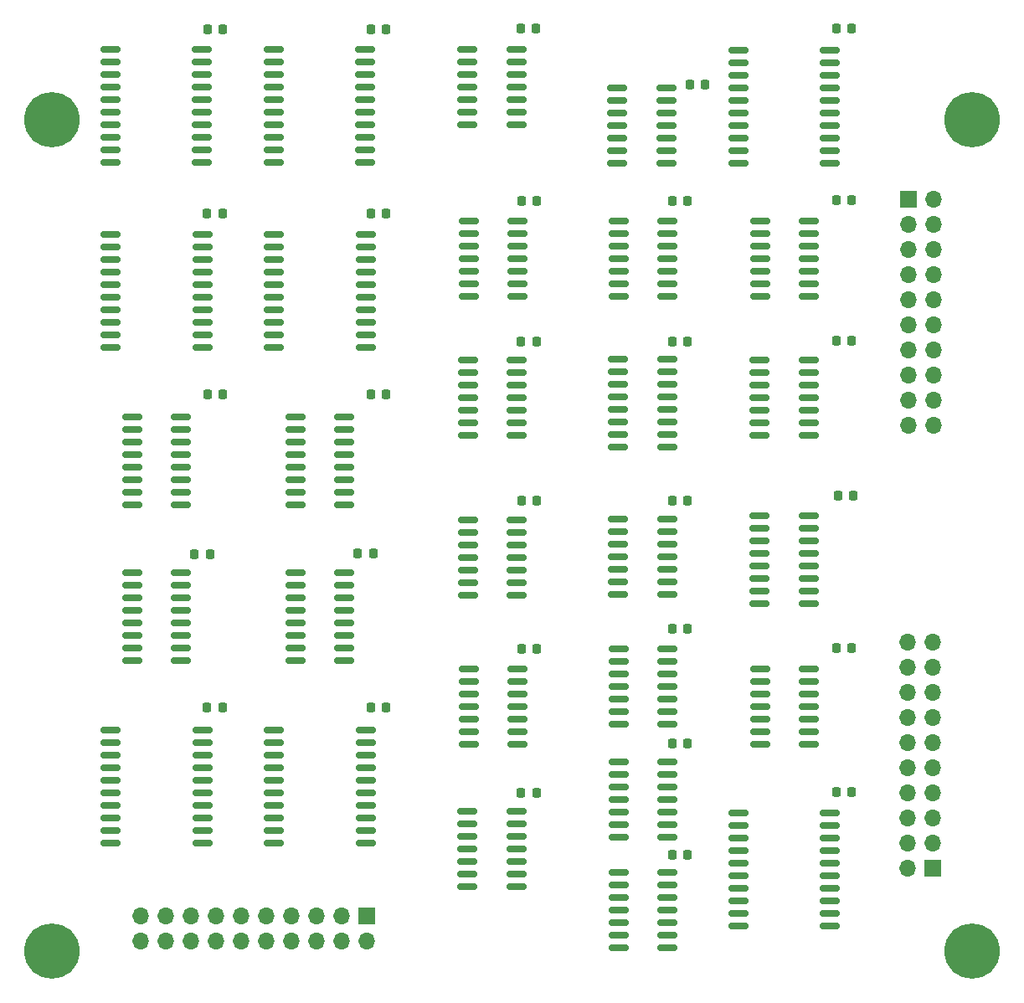
<source format=gbr>
%TF.GenerationSoftware,KiCad,Pcbnew,(6.0.5)*%
%TF.CreationDate,2022-09-09T10:51:33+02:00*%
%TF.ProjectId,B2,42322e6b-6963-4616-945f-706362585858,rev?*%
%TF.SameCoordinates,Original*%
%TF.FileFunction,Soldermask,Top*%
%TF.FilePolarity,Negative*%
%FSLAX46Y46*%
G04 Gerber Fmt 4.6, Leading zero omitted, Abs format (unit mm)*
G04 Created by KiCad (PCBNEW (6.0.5)) date 2022-09-09 10:51:33*
%MOMM*%
%LPD*%
G01*
G04 APERTURE LIST*
G04 Aperture macros list*
%AMRoundRect*
0 Rectangle with rounded corners*
0 $1 Rounding radius*
0 $2 $3 $4 $5 $6 $7 $8 $9 X,Y pos of 4 corners*
0 Add a 4 corners polygon primitive as box body*
4,1,4,$2,$3,$4,$5,$6,$7,$8,$9,$2,$3,0*
0 Add four circle primitives for the rounded corners*
1,1,$1+$1,$2,$3*
1,1,$1+$1,$4,$5*
1,1,$1+$1,$6,$7*
1,1,$1+$1,$8,$9*
0 Add four rect primitives between the rounded corners*
20,1,$1+$1,$2,$3,$4,$5,0*
20,1,$1+$1,$4,$5,$6,$7,0*
20,1,$1+$1,$6,$7,$8,$9,0*
20,1,$1+$1,$8,$9,$2,$3,0*%
G04 Aperture macros list end*
%ADD10RoundRect,0.225000X-0.225000X-0.250000X0.225000X-0.250000X0.225000X0.250000X-0.225000X0.250000X0*%
%ADD11RoundRect,0.150000X-0.825000X-0.150000X0.825000X-0.150000X0.825000X0.150000X-0.825000X0.150000X0*%
%ADD12RoundRect,0.150000X-0.875000X-0.150000X0.875000X-0.150000X0.875000X0.150000X-0.875000X0.150000X0*%
%ADD13C,5.600000*%
%ADD14R,1.700000X1.700000*%
%ADD15O,1.700000X1.700000*%
G04 APERTURE END LIST*
D10*
%TO.C,C304*%
X150837600Y-79349600D03*
X152387600Y-79349600D03*
%TD*%
%TO.C,C312*%
X135623000Y-66421000D03*
X137173000Y-66421000D03*
%TD*%
%TO.C,C319*%
X182689200Y-124968000D03*
X184239200Y-124968000D03*
%TD*%
D11*
%TO.C,U212*%
X160651420Y-81150600D03*
X160651420Y-82420600D03*
X160651420Y-83690600D03*
X160651420Y-84960600D03*
X160651420Y-86230600D03*
X160651420Y-87500600D03*
X160651420Y-88770600D03*
X160651420Y-90040600D03*
X165601420Y-90040600D03*
X165601420Y-88770600D03*
X165601420Y-87500600D03*
X165601420Y-86230600D03*
X165601420Y-84960600D03*
X165601420Y-83690600D03*
X165601420Y-82420600D03*
X165601420Y-81150600D03*
%TD*%
D10*
%TO.C,C999*%
X166128400Y-108458000D03*
X167678400Y-108458000D03*
%TD*%
%TO.C,C310*%
X135648400Y-47828200D03*
X137198400Y-47828200D03*
%TD*%
D11*
%TO.C,U214*%
X111511411Y-87009200D03*
X111511411Y-88279200D03*
X111511411Y-89549200D03*
X111511411Y-90819200D03*
X111511411Y-92089200D03*
X111511411Y-93359200D03*
X111511411Y-94629200D03*
X111511411Y-95899200D03*
X116461411Y-95899200D03*
X116461411Y-94629200D03*
X116461411Y-93359200D03*
X116461411Y-92089200D03*
X116461411Y-90819200D03*
X116461411Y-89549200D03*
X116461411Y-88279200D03*
X116461411Y-87009200D03*
%TD*%
D10*
%TO.C,C329*%
X166128400Y-119989600D03*
X167678400Y-119989600D03*
%TD*%
%TO.C,C316*%
X135648400Y-84709000D03*
X137198400Y-84709000D03*
%TD*%
D12*
%TO.C,U207*%
X125846411Y-68536700D03*
X125846411Y-69806700D03*
X125846411Y-71076700D03*
X125846411Y-72346700D03*
X125846411Y-73616700D03*
X125846411Y-74886700D03*
X125846411Y-76156700D03*
X125846411Y-77426700D03*
X125846411Y-78696700D03*
X125846411Y-79966700D03*
X135146411Y-79966700D03*
X135146411Y-78696700D03*
X135146411Y-77426700D03*
X135146411Y-76156700D03*
X135146411Y-74886700D03*
X135146411Y-73616700D03*
X135146411Y-72346700D03*
X135146411Y-71076700D03*
X135146411Y-69806700D03*
X135146411Y-68536700D03*
%TD*%
D10*
%TO.C,C317*%
X119113000Y-47828200D03*
X120663000Y-47828200D03*
%TD*%
D11*
%TO.C,U223*%
X175011411Y-112473074D03*
X175011411Y-113743074D03*
X175011411Y-115013074D03*
X175011411Y-116283074D03*
X175011411Y-117553074D03*
X175011411Y-118823074D03*
X175011411Y-120093074D03*
X179961411Y-120093074D03*
X179961411Y-118823074D03*
X179961411Y-117553074D03*
X179961411Y-116283074D03*
X179961411Y-115013074D03*
X179961411Y-113743074D03*
X179961411Y-112473074D03*
%TD*%
D13*
%TO.C,GND102*%
X196406802Y-56930538D03*
%TD*%
D12*
%TO.C,U205*%
X172785611Y-49911000D03*
X172785611Y-51181000D03*
X172785611Y-52451000D03*
X172785611Y-53721000D03*
X172785611Y-54991000D03*
X172785611Y-56261000D03*
X172785611Y-57531000D03*
X172785611Y-58801000D03*
X172785611Y-60071000D03*
X172785611Y-61341000D03*
X182085611Y-61341000D03*
X182085611Y-60071000D03*
X182085611Y-58801000D03*
X182085611Y-57531000D03*
X182085611Y-56261000D03*
X182085611Y-54991000D03*
X182085611Y-53721000D03*
X182085611Y-52451000D03*
X182085611Y-51181000D03*
X182085611Y-49911000D03*
%TD*%
D10*
%TO.C,C324*%
X182689200Y-110388400D03*
X184239200Y-110388400D03*
%TD*%
%TO.C,C305*%
X119087600Y-116382800D03*
X120637600Y-116382800D03*
%TD*%
D13*
%TO.C,GND101*%
X103406802Y-56930538D03*
%TD*%
D10*
%TO.C,C325*%
X150837600Y-125044200D03*
X152387600Y-125044200D03*
%TD*%
%TO.C,C315*%
X135623000Y-116382800D03*
X137173000Y-116382800D03*
%TD*%
%TO.C,C318*%
X119087600Y-66421000D03*
X120637600Y-66421000D03*
%TD*%
D11*
%TO.C,U215*%
X128021411Y-87009200D03*
X128021411Y-88279200D03*
X128021411Y-89549200D03*
X128021411Y-90819200D03*
X128021411Y-92089200D03*
X128021411Y-93359200D03*
X128021411Y-94629200D03*
X128021411Y-95899200D03*
X132971411Y-95899200D03*
X132971411Y-94629200D03*
X132971411Y-93359200D03*
X132971411Y-92089200D03*
X132971411Y-90819200D03*
X132971411Y-89549200D03*
X132971411Y-88279200D03*
X132971411Y-87009200D03*
%TD*%
D10*
%TO.C,C302*%
X182689200Y-79273400D03*
X184239200Y-79273400D03*
%TD*%
D13*
%TO.C,VCC102*%
X196406802Y-141055538D03*
%TD*%
D12*
%TO.C,U225*%
X125846411Y-118694200D03*
X125846411Y-119964200D03*
X125846411Y-121234200D03*
X125846411Y-122504200D03*
X125846411Y-123774200D03*
X125846411Y-125044200D03*
X125846411Y-126314200D03*
X125846411Y-127584200D03*
X125846411Y-128854200D03*
X125846411Y-130124200D03*
X135146411Y-130124200D03*
X135146411Y-128854200D03*
X135146411Y-127584200D03*
X135146411Y-126314200D03*
X135146411Y-125044200D03*
X135146411Y-123774200D03*
X135146411Y-122504200D03*
X135146411Y-121234200D03*
X135146411Y-119964200D03*
X135146411Y-118694200D03*
%TD*%
D11*
%TO.C,U204*%
X160567600Y-53721000D03*
X160567600Y-54991000D03*
X160567600Y-56261000D03*
X160567600Y-57531000D03*
X160567600Y-58801000D03*
X160567600Y-60071000D03*
X160567600Y-61341000D03*
X165517600Y-61341000D03*
X165517600Y-60071000D03*
X165517600Y-58801000D03*
X165517600Y-57531000D03*
X165517600Y-56261000D03*
X165517600Y-54991000D03*
X165517600Y-53721000D03*
%TD*%
D14*
%TO.C,DATABUS2*%
X190000000Y-65000000D03*
D15*
X192540000Y-65000000D03*
X190000000Y-67540000D03*
X192540000Y-67540000D03*
X190000000Y-70080000D03*
X192540000Y-70080000D03*
X190000000Y-72620000D03*
X192540000Y-72620000D03*
X190000000Y-75160000D03*
X192540000Y-75160000D03*
X190000000Y-77700000D03*
X192540000Y-77700000D03*
X190000000Y-80240000D03*
X192540000Y-80240000D03*
X190000000Y-82780000D03*
X192540000Y-82780000D03*
X190000000Y-85320000D03*
X192540000Y-85320000D03*
X190000000Y-87860000D03*
X192540000Y-87860000D03*
%TD*%
D10*
%TO.C,C321*%
X134327600Y-100838000D03*
X135877600Y-100838000D03*
%TD*%
%TO.C,C303*%
X167881000Y-53416200D03*
X169431000Y-53416200D03*
%TD*%
D11*
%TO.C,U210*%
X175011411Y-67178179D03*
X175011411Y-68448179D03*
X175011411Y-69718179D03*
X175011411Y-70988179D03*
X175011411Y-72258179D03*
X175011411Y-73528179D03*
X175011411Y-74798179D03*
X179961411Y-74798179D03*
X179961411Y-73528179D03*
X179961411Y-72258179D03*
X179961411Y-70988179D03*
X179961411Y-69718179D03*
X179961411Y-68448179D03*
X179961411Y-67178179D03*
%TD*%
%TO.C,U222*%
X160702220Y-110490000D03*
X160702220Y-111760000D03*
X160702220Y-113030000D03*
X160702220Y-114300000D03*
X160702220Y-115570000D03*
X160702220Y-116840000D03*
X160702220Y-118110000D03*
X165652220Y-118110000D03*
X165652220Y-116840000D03*
X165652220Y-115570000D03*
X165652220Y-114300000D03*
X165652220Y-113030000D03*
X165652220Y-111760000D03*
X165652220Y-110490000D03*
%TD*%
%TO.C,U211*%
X145469581Y-81254600D03*
X145469581Y-82524600D03*
X145469581Y-83794600D03*
X145469581Y-85064600D03*
X145469581Y-86334600D03*
X145469581Y-87604600D03*
X145469581Y-88874600D03*
X150419581Y-88874600D03*
X150419581Y-87604600D03*
X150419581Y-86334600D03*
X150419581Y-85064600D03*
X150419581Y-83794600D03*
X150419581Y-82524600D03*
X150419581Y-81254600D03*
%TD*%
D10*
%TO.C,C314*%
X150850600Y-95504000D03*
X152400600Y-95504000D03*
%TD*%
D11*
%TO.C,U209*%
X160702220Y-67178179D03*
X160702220Y-68448179D03*
X160702220Y-69718179D03*
X160702220Y-70988179D03*
X160702220Y-72258179D03*
X160702220Y-73528179D03*
X160702220Y-74798179D03*
X165652220Y-74798179D03*
X165652220Y-73528179D03*
X165652220Y-72258179D03*
X165652220Y-70988179D03*
X165652220Y-69718179D03*
X165652220Y-68448179D03*
X165652220Y-67178179D03*
%TD*%
D10*
%TO.C,C307*%
X182867000Y-94996000D03*
X184417000Y-94996000D03*
%TD*%
D14*
%TO.C,CONTROLBUS2*%
X192500000Y-132660000D03*
D15*
X189960000Y-132660000D03*
X192500000Y-130120000D03*
X189960000Y-130120000D03*
X192500000Y-127580000D03*
X189960000Y-127580000D03*
X192500000Y-125040000D03*
X189960000Y-125040000D03*
X192500000Y-122500000D03*
X189960000Y-122500000D03*
X192500000Y-119960000D03*
X189960000Y-119960000D03*
X192500000Y-117420000D03*
X189960000Y-117420000D03*
X192500000Y-114880000D03*
X189960000Y-114880000D03*
X192500000Y-112340000D03*
X189960000Y-112340000D03*
X192500000Y-109800000D03*
X189960000Y-109800000D03*
%TD*%
D13*
%TO.C,VCC101*%
X103406802Y-141055538D03*
%TD*%
D10*
%TO.C,C309*%
X150805000Y-47700000D03*
X152355000Y-47700000D03*
%TD*%
D11*
%TO.C,U229*%
X160702220Y-133096000D03*
X160702220Y-134366000D03*
X160702220Y-135636000D03*
X160702220Y-136906000D03*
X160702220Y-138176000D03*
X160702220Y-139446000D03*
X160702220Y-140716000D03*
X165652220Y-140716000D03*
X165652220Y-139446000D03*
X165652220Y-138176000D03*
X165652220Y-136906000D03*
X165652220Y-135636000D03*
X165652220Y-134366000D03*
X165652220Y-133096000D03*
%TD*%
D10*
%TO.C,C313*%
X166128400Y-131318000D03*
X167678400Y-131318000D03*
%TD*%
D11*
%TO.C,U203*%
X145411161Y-49846000D03*
X145411161Y-51116000D03*
X145411161Y-52386000D03*
X145411161Y-53656000D03*
X145411161Y-54926000D03*
X145411161Y-56196000D03*
X145411161Y-57466000D03*
X150361161Y-57466000D03*
X150361161Y-56196000D03*
X150361161Y-54926000D03*
X150361161Y-53656000D03*
X150361161Y-52386000D03*
X150361161Y-51116000D03*
X150361161Y-49846000D03*
%TD*%
%TO.C,U213*%
X174960611Y-81254600D03*
X174960611Y-82524600D03*
X174960611Y-83794600D03*
X174960611Y-85064600D03*
X174960611Y-86334600D03*
X174960611Y-87604600D03*
X174960611Y-88874600D03*
X179910611Y-88874600D03*
X179910611Y-87604600D03*
X179910611Y-86334600D03*
X179910611Y-85064600D03*
X179910611Y-83794600D03*
X179910611Y-82524600D03*
X179910611Y-81254600D03*
%TD*%
D12*
%TO.C,U228*%
X172785611Y-127076200D03*
X172785611Y-128346200D03*
X172785611Y-129616200D03*
X172785611Y-130886200D03*
X172785611Y-132156200D03*
X172785611Y-133426200D03*
X172785611Y-134696200D03*
X172785611Y-135966200D03*
X172785611Y-137236200D03*
X172785611Y-138506200D03*
X182085611Y-138506200D03*
X182085611Y-137236200D03*
X182085611Y-135966200D03*
X182085611Y-134696200D03*
X182085611Y-133426200D03*
X182085611Y-132156200D03*
X182085611Y-130886200D03*
X182085611Y-129616200D03*
X182085611Y-128346200D03*
X182085611Y-127076200D03*
%TD*%
%TO.C,U224*%
X109336411Y-118694200D03*
X109336411Y-119964200D03*
X109336411Y-121234200D03*
X109336411Y-122504200D03*
X109336411Y-123774200D03*
X109336411Y-125044200D03*
X109336411Y-126314200D03*
X109336411Y-127584200D03*
X109336411Y-128854200D03*
X109336411Y-130124200D03*
X118636411Y-130124200D03*
X118636411Y-128854200D03*
X118636411Y-127584200D03*
X118636411Y-126314200D03*
X118636411Y-125044200D03*
X118636411Y-123774200D03*
X118636411Y-122504200D03*
X118636411Y-121234200D03*
X118636411Y-119964200D03*
X118636411Y-118694200D03*
%TD*%
D10*
%TO.C,C328*%
X117817600Y-100863400D03*
X119367600Y-100863400D03*
%TD*%
D11*
%TO.C,U217*%
X160651420Y-97345400D03*
X160651420Y-98615400D03*
X160651420Y-99885400D03*
X160651420Y-101155400D03*
X160651420Y-102425400D03*
X160651420Y-103695400D03*
X160651420Y-104965400D03*
X165601420Y-104965400D03*
X165601420Y-103695400D03*
X165601420Y-102425400D03*
X165601420Y-101155400D03*
X165601420Y-99885400D03*
X165601420Y-98615400D03*
X165601420Y-97345400D03*
%TD*%
%TO.C,U218*%
X174945000Y-96985000D03*
X174945000Y-98255000D03*
X174945000Y-99525000D03*
X174945000Y-100795000D03*
X174945000Y-102065000D03*
X174945000Y-103335000D03*
X174945000Y-104605000D03*
X174945000Y-105875000D03*
X179895000Y-105875000D03*
X179895000Y-104605000D03*
X179895000Y-103335000D03*
X179895000Y-102065000D03*
X179895000Y-100795000D03*
X179895000Y-99525000D03*
X179895000Y-98255000D03*
X179895000Y-96985000D03*
%TD*%
%TO.C,U216*%
X145469581Y-97434400D03*
X145469581Y-98704400D03*
X145469581Y-99974400D03*
X145469581Y-101244400D03*
X145469581Y-102514400D03*
X145469581Y-103784400D03*
X145469581Y-105054400D03*
X150419581Y-105054400D03*
X150419581Y-103784400D03*
X150419581Y-102514400D03*
X150419581Y-101244400D03*
X150419581Y-99974400D03*
X150419581Y-98704400D03*
X150419581Y-97434400D03*
%TD*%
%TO.C,U219*%
X111511411Y-102761700D03*
X111511411Y-104031700D03*
X111511411Y-105301700D03*
X111511411Y-106571700D03*
X111511411Y-107841700D03*
X111511411Y-109111700D03*
X111511411Y-110381700D03*
X111511411Y-111651700D03*
X116461411Y-111651700D03*
X116461411Y-110381700D03*
X116461411Y-109111700D03*
X116461411Y-107841700D03*
X116461411Y-106571700D03*
X116461411Y-105301700D03*
X116461411Y-104031700D03*
X116461411Y-102761700D03*
%TD*%
D10*
%TO.C,C311*%
X166128400Y-79349600D03*
X167678400Y-79349600D03*
%TD*%
D11*
%TO.C,U221*%
X145520381Y-112473074D03*
X145520381Y-113743074D03*
X145520381Y-115013074D03*
X145520381Y-116283074D03*
X145520381Y-117553074D03*
X145520381Y-118823074D03*
X145520381Y-120093074D03*
X150470381Y-120093074D03*
X150470381Y-118823074D03*
X150470381Y-117553074D03*
X150470381Y-116283074D03*
X150470381Y-115013074D03*
X150470381Y-113743074D03*
X150470381Y-112473074D03*
%TD*%
D12*
%TO.C,U202*%
X125795611Y-49860200D03*
X125795611Y-51130200D03*
X125795611Y-52400200D03*
X125795611Y-53670200D03*
X125795611Y-54940200D03*
X125795611Y-56210200D03*
X125795611Y-57480200D03*
X125795611Y-58750200D03*
X125795611Y-60020200D03*
X125795611Y-61290200D03*
X135095611Y-61290200D03*
X135095611Y-60020200D03*
X135095611Y-58750200D03*
X135095611Y-57480200D03*
X135095611Y-56210200D03*
X135095611Y-54940200D03*
X135095611Y-53670200D03*
X135095611Y-52400200D03*
X135095611Y-51130200D03*
X135095611Y-49860200D03*
%TD*%
D14*
%TO.C,ENABLEBUS2*%
X135200000Y-137500000D03*
D15*
X135200000Y-140040000D03*
X132660000Y-137500000D03*
X132660000Y-140040000D03*
X130120000Y-137500000D03*
X130120000Y-140040000D03*
X127580000Y-137500000D03*
X127580000Y-140040000D03*
X125040000Y-137500000D03*
X125040000Y-140040000D03*
X122500000Y-137500000D03*
X122500000Y-140040000D03*
X119960000Y-137500000D03*
X119960000Y-140040000D03*
X117420000Y-137500000D03*
X117420000Y-140040000D03*
X114880000Y-137500000D03*
X114880000Y-140040000D03*
X112340000Y-137500000D03*
X112340000Y-140040000D03*
%TD*%
D11*
%TO.C,U227*%
X160702220Y-121909074D03*
X160702220Y-123179074D03*
X160702220Y-124449074D03*
X160702220Y-125719074D03*
X160702220Y-126989074D03*
X160702220Y-128259074D03*
X160702220Y-129529074D03*
X165652220Y-129529074D03*
X165652220Y-128259074D03*
X165652220Y-126989074D03*
X165652220Y-125719074D03*
X165652220Y-124449074D03*
X165652220Y-123179074D03*
X165652220Y-121909074D03*
%TD*%
%TO.C,U226*%
X145411161Y-126911200D03*
X145411161Y-128181200D03*
X145411161Y-129451200D03*
X145411161Y-130721200D03*
X145411161Y-131991200D03*
X145411161Y-133261200D03*
X145411161Y-134531200D03*
X150361161Y-134531200D03*
X150361161Y-133261200D03*
X150361161Y-131991200D03*
X150361161Y-130721200D03*
X150361161Y-129451200D03*
X150361161Y-128181200D03*
X150361161Y-126911200D03*
%TD*%
D10*
%TO.C,C322*%
X119113000Y-84709000D03*
X120663000Y-84709000D03*
%TD*%
%TO.C,C308*%
X182689200Y-65049400D03*
X184239200Y-65049400D03*
%TD*%
%TO.C,C323*%
X182689200Y-47752000D03*
X184239200Y-47752000D03*
%TD*%
%TO.C,C320*%
X166128400Y-65125600D03*
X167678400Y-65125600D03*
%TD*%
D12*
%TO.C,U206*%
X109336411Y-68536700D03*
X109336411Y-69806700D03*
X109336411Y-71076700D03*
X109336411Y-72346700D03*
X109336411Y-73616700D03*
X109336411Y-74886700D03*
X109336411Y-76156700D03*
X109336411Y-77426700D03*
X109336411Y-78696700D03*
X109336411Y-79966700D03*
X118636411Y-79966700D03*
X118636411Y-78696700D03*
X118636411Y-77426700D03*
X118636411Y-76156700D03*
X118636411Y-74886700D03*
X118636411Y-73616700D03*
X118636411Y-72346700D03*
X118636411Y-71076700D03*
X118636411Y-69806700D03*
X118636411Y-68536700D03*
%TD*%
D11*
%TO.C,U208*%
X145520381Y-67178179D03*
X145520381Y-68448179D03*
X145520381Y-69718179D03*
X145520381Y-70988179D03*
X145520381Y-72258179D03*
X145520381Y-73528179D03*
X145520381Y-74798179D03*
X150470381Y-74798179D03*
X150470381Y-73528179D03*
X150470381Y-72258179D03*
X150470381Y-70988179D03*
X150470381Y-69718179D03*
X150470381Y-68448179D03*
X150470381Y-67178179D03*
%TD*%
%TO.C,U220*%
X128021411Y-102761700D03*
X128021411Y-104031700D03*
X128021411Y-105301700D03*
X128021411Y-106571700D03*
X128021411Y-107841700D03*
X128021411Y-109111700D03*
X128021411Y-110381700D03*
X128021411Y-111651700D03*
X132971411Y-111651700D03*
X132971411Y-110381700D03*
X132971411Y-109111700D03*
X132971411Y-107841700D03*
X132971411Y-106571700D03*
X132971411Y-105301700D03*
X132971411Y-104031700D03*
X132971411Y-102761700D03*
%TD*%
D10*
%TO.C,C327*%
X150850600Y-65125600D03*
X152400600Y-65125600D03*
%TD*%
%TO.C,C306*%
X166128400Y-95504000D03*
X167678400Y-95504000D03*
%TD*%
%TO.C,C326*%
X150850600Y-110464600D03*
X152400600Y-110464600D03*
%TD*%
D12*
%TO.C,U201*%
X109285611Y-49860200D03*
X109285611Y-51130200D03*
X109285611Y-52400200D03*
X109285611Y-53670200D03*
X109285611Y-54940200D03*
X109285611Y-56210200D03*
X109285611Y-57480200D03*
X109285611Y-58750200D03*
X109285611Y-60020200D03*
X109285611Y-61290200D03*
X118585611Y-61290200D03*
X118585611Y-60020200D03*
X118585611Y-58750200D03*
X118585611Y-57480200D03*
X118585611Y-56210200D03*
X118585611Y-54940200D03*
X118585611Y-53670200D03*
X118585611Y-52400200D03*
X118585611Y-51130200D03*
X118585611Y-49860200D03*
%TD*%
M02*

</source>
